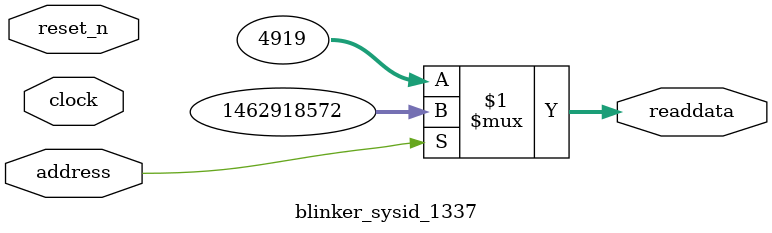
<source format=v>

`timescale 1ns / 1ps
// synthesis translate_on

// turn off superfluous verilog processor warnings 
// altera message_level Level1 
// altera message_off 10034 10035 10036 10037 10230 10240 10030 

module blinker_sysid_1337 (
               // inputs:
                address,
                clock,
                reset_n,

               // outputs:
                readdata
             )
;

  output  [ 31: 0] readdata;
  input            address;
  input            clock;
  input            reset_n;

  wire    [ 31: 0] readdata;
  //control_slave, which is an e_avalon_slave
  assign readdata = address ? 1462918572 : 4919;

endmodule




</source>
